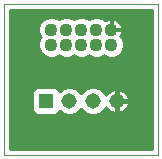
<source format=gbl>
G75*
%MOIN*%
%OFA0B0*%
%FSLAX25Y25*%
%IPPOS*%
%LPD*%
%AMOC8*
5,1,8,0,0,1.08239X$1,22.5*
%
%ADD10C,0.00000*%
%ADD11R,0.05150X0.05150*%
%ADD12C,0.05150*%
%ADD13C,0.04362*%
%ADD14C,0.01000*%
D10*
X0005000Y0010000D02*
X0005000Y0060361D01*
X0056501Y0060361D01*
X0056470Y0009970D01*
X0005000Y0010000D01*
D11*
X0018989Y0028000D03*
D12*
X0026863Y0028000D03*
X0034737Y0028000D03*
X0042611Y0028000D03*
D13*
X0040800Y0046800D03*
X0040800Y0051800D03*
X0035800Y0051800D03*
X0035800Y0046800D03*
X0030800Y0046800D03*
X0030800Y0051800D03*
X0025800Y0051800D03*
X0025800Y0046800D03*
X0020800Y0046800D03*
X0020800Y0051800D03*
D14*
X0017879Y0054933D02*
X0007100Y0054933D01*
X0007100Y0053934D02*
X0017050Y0053934D01*
X0017171Y0054225D02*
X0016519Y0052652D01*
X0016519Y0050948D01*
X0017171Y0049375D01*
X0017246Y0049300D01*
X0017171Y0049225D01*
X0016519Y0047652D01*
X0016519Y0045948D01*
X0017171Y0044375D01*
X0018375Y0043171D01*
X0019948Y0042519D01*
X0021652Y0042519D01*
X0023225Y0043171D01*
X0023300Y0043246D01*
X0023375Y0043171D01*
X0024948Y0042519D01*
X0026652Y0042519D01*
X0028225Y0043171D01*
X0028300Y0043246D01*
X0028375Y0043171D01*
X0029948Y0042519D01*
X0031652Y0042519D01*
X0033225Y0043171D01*
X0033300Y0043246D01*
X0033375Y0043171D01*
X0034948Y0042519D01*
X0036652Y0042519D01*
X0038225Y0043171D01*
X0038300Y0043246D01*
X0038375Y0043171D01*
X0039948Y0042519D01*
X0041652Y0042519D01*
X0043225Y0043171D01*
X0044429Y0044375D01*
X0045081Y0045948D01*
X0045081Y0047652D01*
X0044429Y0049225D01*
X0043876Y0049778D01*
X0044062Y0050056D01*
X0044340Y0050726D01*
X0044481Y0051437D01*
X0044481Y0051709D01*
X0040891Y0051709D01*
X0040891Y0051891D01*
X0044481Y0051891D01*
X0044481Y0052163D01*
X0044340Y0052874D01*
X0044062Y0053544D01*
X0043659Y0054147D01*
X0043147Y0054659D01*
X0042544Y0055062D01*
X0041874Y0055340D01*
X0041163Y0055481D01*
X0040891Y0055481D01*
X0040891Y0051891D01*
X0040709Y0051891D01*
X0040709Y0055481D01*
X0040437Y0055481D01*
X0039726Y0055340D01*
X0039056Y0055062D01*
X0038778Y0054876D01*
X0038225Y0055429D01*
X0036652Y0056081D01*
X0034948Y0056081D01*
X0033375Y0055429D01*
X0033300Y0055354D01*
X0033225Y0055429D01*
X0031652Y0056081D01*
X0029948Y0056081D01*
X0028375Y0055429D01*
X0028300Y0055354D01*
X0028225Y0055429D01*
X0026652Y0056081D01*
X0024948Y0056081D01*
X0023375Y0055429D01*
X0023300Y0055354D01*
X0023225Y0055429D01*
X0021652Y0056081D01*
X0019948Y0056081D01*
X0018375Y0055429D01*
X0017171Y0054225D01*
X0016637Y0052936D02*
X0007100Y0052936D01*
X0007100Y0051937D02*
X0016519Y0051937D01*
X0016523Y0050939D02*
X0007100Y0050939D01*
X0007100Y0049940D02*
X0016936Y0049940D01*
X0017053Y0048942D02*
X0007100Y0048942D01*
X0007100Y0047943D02*
X0016640Y0047943D01*
X0016519Y0046945D02*
X0007100Y0046945D01*
X0007100Y0045946D02*
X0016520Y0045946D01*
X0016933Y0044948D02*
X0007100Y0044948D01*
X0007100Y0043949D02*
X0017596Y0043949D01*
X0018906Y0042951D02*
X0007100Y0042951D01*
X0007100Y0041952D02*
X0054390Y0041952D01*
X0054389Y0040954D02*
X0007100Y0040954D01*
X0007100Y0039955D02*
X0054388Y0039955D01*
X0054388Y0038957D02*
X0007100Y0038957D01*
X0007100Y0037958D02*
X0054387Y0037958D01*
X0054387Y0036960D02*
X0007100Y0036960D01*
X0007100Y0035961D02*
X0054386Y0035961D01*
X0054385Y0034963D02*
X0007100Y0034963D01*
X0007100Y0033964D02*
X0054385Y0033964D01*
X0054384Y0032966D02*
X0007100Y0032966D01*
X0007100Y0031967D02*
X0014837Y0031967D01*
X0014314Y0031445D02*
X0014314Y0024555D01*
X0015544Y0023325D01*
X0022434Y0023325D01*
X0023664Y0024555D01*
X0023664Y0024588D01*
X0024215Y0024037D01*
X0025933Y0023325D01*
X0027793Y0023325D01*
X0029511Y0024037D01*
X0030800Y0025326D01*
X0032089Y0024037D01*
X0033807Y0023325D01*
X0035667Y0023325D01*
X0037385Y0024037D01*
X0038700Y0025352D01*
X0039008Y0026096D01*
X0039126Y0025864D01*
X0039503Y0025345D01*
X0039956Y0024892D01*
X0040475Y0024515D01*
X0041047Y0024224D01*
X0041657Y0024026D01*
X0042290Y0023925D01*
X0042324Y0023925D01*
X0042324Y0027713D01*
X0042898Y0027713D01*
X0042898Y0028287D01*
X0046686Y0028287D01*
X0046686Y0028321D01*
X0046585Y0028954D01*
X0046387Y0029564D01*
X0046096Y0030136D01*
X0045719Y0030655D01*
X0045266Y0031108D01*
X0044747Y0031485D01*
X0044175Y0031776D01*
X0043565Y0031974D01*
X0042932Y0032075D01*
X0042898Y0032075D01*
X0042898Y0028287D01*
X0042324Y0028287D01*
X0042324Y0032075D01*
X0042290Y0032075D01*
X0041657Y0031974D01*
X0041047Y0031776D01*
X0040475Y0031485D01*
X0039956Y0031108D01*
X0039503Y0030655D01*
X0039126Y0030136D01*
X0039008Y0029904D01*
X0038700Y0030648D01*
X0037385Y0031963D01*
X0035667Y0032675D01*
X0033807Y0032675D01*
X0032089Y0031963D01*
X0030800Y0030674D01*
X0029511Y0031963D01*
X0027793Y0032675D01*
X0025933Y0032675D01*
X0024215Y0031963D01*
X0023664Y0031412D01*
X0023664Y0031445D01*
X0022434Y0032675D01*
X0015544Y0032675D01*
X0014314Y0031445D01*
X0014314Y0030969D02*
X0007100Y0030969D01*
X0007100Y0029970D02*
X0014314Y0029970D01*
X0014314Y0028972D02*
X0007100Y0028972D01*
X0007100Y0027973D02*
X0014314Y0027973D01*
X0014314Y0026975D02*
X0007100Y0026975D01*
X0007100Y0025976D02*
X0014314Y0025976D01*
X0014314Y0024978D02*
X0007100Y0024978D01*
X0007100Y0023979D02*
X0014890Y0023979D01*
X0007100Y0022981D02*
X0054378Y0022981D01*
X0054379Y0023979D02*
X0043272Y0023979D01*
X0043565Y0024026D02*
X0042932Y0023925D01*
X0042898Y0023925D01*
X0042898Y0027713D01*
X0046686Y0027713D01*
X0046686Y0027679D01*
X0046585Y0027046D01*
X0046387Y0026436D01*
X0046096Y0025864D01*
X0045719Y0025345D01*
X0045266Y0024892D01*
X0044747Y0024515D01*
X0044175Y0024224D01*
X0043565Y0024026D01*
X0042898Y0023979D02*
X0042324Y0023979D01*
X0041950Y0023979D02*
X0037246Y0023979D01*
X0038326Y0024978D02*
X0039871Y0024978D01*
X0039069Y0025976D02*
X0038959Y0025976D01*
X0042324Y0025976D02*
X0042898Y0025976D01*
X0042898Y0024978D02*
X0042324Y0024978D01*
X0042324Y0026975D02*
X0042898Y0026975D01*
X0042898Y0027973D02*
X0054381Y0027973D01*
X0054382Y0028972D02*
X0046580Y0028972D01*
X0046180Y0029970D02*
X0054382Y0029970D01*
X0054383Y0030969D02*
X0045405Y0030969D01*
X0043587Y0031967D02*
X0054384Y0031967D01*
X0054380Y0026975D02*
X0046562Y0026975D01*
X0046153Y0025976D02*
X0054380Y0025976D01*
X0054379Y0024978D02*
X0045351Y0024978D01*
X0042898Y0028972D02*
X0042324Y0028972D01*
X0042324Y0029970D02*
X0042898Y0029970D01*
X0042898Y0030969D02*
X0042324Y0030969D01*
X0042324Y0031967D02*
X0042898Y0031967D01*
X0041635Y0031967D02*
X0037375Y0031967D01*
X0038379Y0030969D02*
X0039817Y0030969D01*
X0039042Y0029970D02*
X0038981Y0029970D01*
X0032099Y0031967D02*
X0029501Y0031967D01*
X0030505Y0030969D02*
X0031095Y0030969D01*
X0031148Y0024978D02*
X0030452Y0024978D01*
X0029372Y0023979D02*
X0032228Y0023979D01*
X0024354Y0023979D02*
X0023088Y0023979D01*
X0023141Y0031967D02*
X0024225Y0031967D01*
X0023906Y0042951D02*
X0022694Y0042951D01*
X0027694Y0042951D02*
X0028906Y0042951D01*
X0032694Y0042951D02*
X0033906Y0042951D01*
X0037694Y0042951D02*
X0038906Y0042951D01*
X0042694Y0042951D02*
X0054390Y0042951D01*
X0054391Y0043949D02*
X0044004Y0043949D01*
X0044667Y0044948D02*
X0054391Y0044948D01*
X0054392Y0045946D02*
X0045080Y0045946D01*
X0045081Y0046945D02*
X0054393Y0046945D01*
X0054393Y0047943D02*
X0044960Y0047943D01*
X0044547Y0048942D02*
X0054394Y0048942D01*
X0054394Y0049940D02*
X0043985Y0049940D01*
X0044382Y0050939D02*
X0054395Y0050939D01*
X0054396Y0051937D02*
X0044481Y0051937D01*
X0044314Y0052936D02*
X0054396Y0052936D01*
X0054397Y0053934D02*
X0043801Y0053934D01*
X0042737Y0054933D02*
X0054397Y0054933D01*
X0054398Y0055932D02*
X0037013Y0055932D01*
X0038721Y0054933D02*
X0038863Y0054933D01*
X0040709Y0054933D02*
X0040891Y0054933D01*
X0040891Y0053934D02*
X0040709Y0053934D01*
X0040709Y0052936D02*
X0040891Y0052936D01*
X0040891Y0051937D02*
X0040709Y0051937D01*
X0034587Y0055932D02*
X0032013Y0055932D01*
X0029587Y0055932D02*
X0027013Y0055932D01*
X0024587Y0055932D02*
X0022013Y0055932D01*
X0019587Y0055932D02*
X0007100Y0055932D01*
X0007100Y0056930D02*
X0054399Y0056930D01*
X0054399Y0057929D02*
X0007100Y0057929D01*
X0007100Y0058261D02*
X0054400Y0058261D01*
X0054371Y0012071D01*
X0007100Y0012099D01*
X0007100Y0058261D01*
X0007100Y0021982D02*
X0054377Y0021982D01*
X0054377Y0020984D02*
X0007100Y0020984D01*
X0007100Y0019985D02*
X0054376Y0019985D01*
X0054376Y0018987D02*
X0007100Y0018987D01*
X0007100Y0017988D02*
X0054375Y0017988D01*
X0054374Y0016990D02*
X0007100Y0016990D01*
X0007100Y0015991D02*
X0054374Y0015991D01*
X0054373Y0014993D02*
X0007100Y0014993D01*
X0007100Y0013994D02*
X0054373Y0013994D01*
X0054372Y0012996D02*
X0007100Y0012996D01*
M02*

</source>
